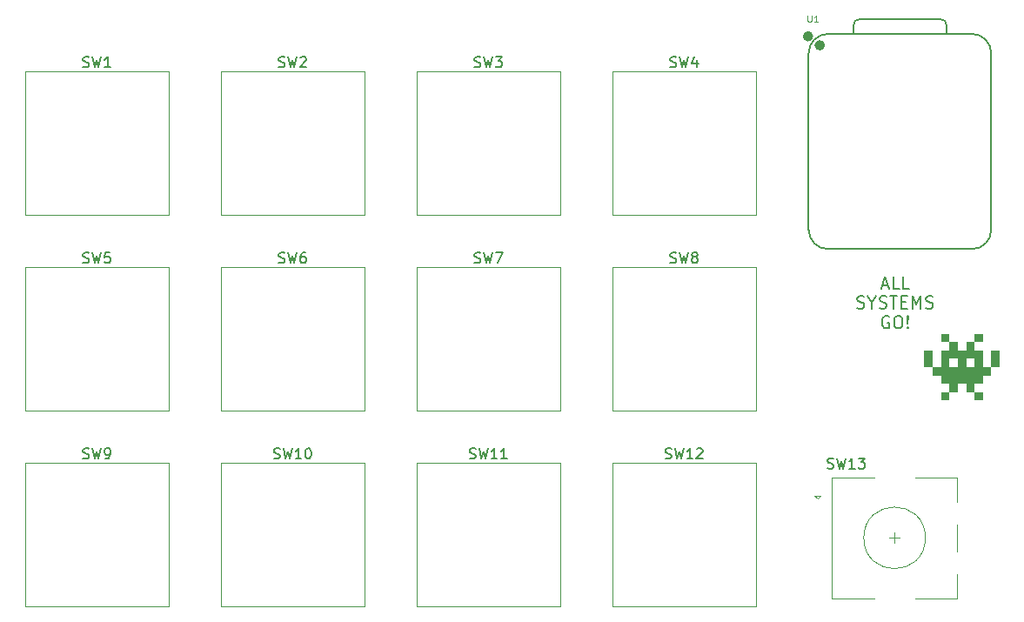
<source format=gbr>
%TF.GenerationSoftware,KiCad,Pcbnew,9.0.2*%
%TF.CreationDate,2025-05-30T01:47:42-07:00*%
%TF.ProjectId,pixelpad,70697865-6c70-4616-942e-6b696361645f,rev?*%
%TF.SameCoordinates,Original*%
%TF.FileFunction,Legend,Top*%
%TF.FilePolarity,Positive*%
%FSLAX46Y46*%
G04 Gerber Fmt 4.6, Leading zero omitted, Abs format (unit mm)*
G04 Created by KiCad (PCBNEW 9.0.2) date 2025-05-30 01:47:42*
%MOMM*%
%LPD*%
G01*
G04 APERTURE LIST*
%ADD10C,0.200000*%
%ADD11C,0.150000*%
%ADD12C,0.101600*%
%ADD13C,0.120000*%
%ADD14C,0.000000*%
%ADD15C,0.127000*%
%ADD16C,0.100000*%
%ADD17C,0.504000*%
G04 APERTURE END LIST*
D10*
X171680993Y-47130507D02*
X172252422Y-47130507D01*
X171566707Y-47473364D02*
X171966707Y-46273364D01*
X171966707Y-46273364D02*
X172366707Y-47473364D01*
X173338135Y-47473364D02*
X172766707Y-47473364D01*
X172766707Y-47473364D02*
X172766707Y-46273364D01*
X174309564Y-47473364D02*
X173738136Y-47473364D01*
X173738136Y-47473364D02*
X173738136Y-46273364D01*
X169252422Y-49348155D02*
X169423851Y-49405297D01*
X169423851Y-49405297D02*
X169709565Y-49405297D01*
X169709565Y-49405297D02*
X169823851Y-49348155D01*
X169823851Y-49348155D02*
X169880993Y-49291012D01*
X169880993Y-49291012D02*
X169938136Y-49176726D01*
X169938136Y-49176726D02*
X169938136Y-49062440D01*
X169938136Y-49062440D02*
X169880993Y-48948155D01*
X169880993Y-48948155D02*
X169823851Y-48891012D01*
X169823851Y-48891012D02*
X169709565Y-48833869D01*
X169709565Y-48833869D02*
X169480993Y-48776726D01*
X169480993Y-48776726D02*
X169366708Y-48719583D01*
X169366708Y-48719583D02*
X169309565Y-48662440D01*
X169309565Y-48662440D02*
X169252422Y-48548155D01*
X169252422Y-48548155D02*
X169252422Y-48433869D01*
X169252422Y-48433869D02*
X169309565Y-48319583D01*
X169309565Y-48319583D02*
X169366708Y-48262440D01*
X169366708Y-48262440D02*
X169480993Y-48205297D01*
X169480993Y-48205297D02*
X169766708Y-48205297D01*
X169766708Y-48205297D02*
X169938136Y-48262440D01*
X170680993Y-48833869D02*
X170680993Y-49405297D01*
X170280993Y-48205297D02*
X170680993Y-48833869D01*
X170680993Y-48833869D02*
X171080993Y-48205297D01*
X171423850Y-49348155D02*
X171595279Y-49405297D01*
X171595279Y-49405297D02*
X171880993Y-49405297D01*
X171880993Y-49405297D02*
X171995279Y-49348155D01*
X171995279Y-49348155D02*
X172052421Y-49291012D01*
X172052421Y-49291012D02*
X172109564Y-49176726D01*
X172109564Y-49176726D02*
X172109564Y-49062440D01*
X172109564Y-49062440D02*
X172052421Y-48948155D01*
X172052421Y-48948155D02*
X171995279Y-48891012D01*
X171995279Y-48891012D02*
X171880993Y-48833869D01*
X171880993Y-48833869D02*
X171652421Y-48776726D01*
X171652421Y-48776726D02*
X171538136Y-48719583D01*
X171538136Y-48719583D02*
X171480993Y-48662440D01*
X171480993Y-48662440D02*
X171423850Y-48548155D01*
X171423850Y-48548155D02*
X171423850Y-48433869D01*
X171423850Y-48433869D02*
X171480993Y-48319583D01*
X171480993Y-48319583D02*
X171538136Y-48262440D01*
X171538136Y-48262440D02*
X171652421Y-48205297D01*
X171652421Y-48205297D02*
X171938136Y-48205297D01*
X171938136Y-48205297D02*
X172109564Y-48262440D01*
X172452421Y-48205297D02*
X173138136Y-48205297D01*
X172795278Y-49405297D02*
X172795278Y-48205297D01*
X173538136Y-48776726D02*
X173938136Y-48776726D01*
X174109564Y-49405297D02*
X173538136Y-49405297D01*
X173538136Y-49405297D02*
X173538136Y-48205297D01*
X173538136Y-48205297D02*
X174109564Y-48205297D01*
X174623850Y-49405297D02*
X174623850Y-48205297D01*
X174623850Y-48205297D02*
X175023850Y-49062440D01*
X175023850Y-49062440D02*
X175423850Y-48205297D01*
X175423850Y-48205297D02*
X175423850Y-49405297D01*
X175938136Y-49348155D02*
X176109565Y-49405297D01*
X176109565Y-49405297D02*
X176395279Y-49405297D01*
X176395279Y-49405297D02*
X176509565Y-49348155D01*
X176509565Y-49348155D02*
X176566707Y-49291012D01*
X176566707Y-49291012D02*
X176623850Y-49176726D01*
X176623850Y-49176726D02*
X176623850Y-49062440D01*
X176623850Y-49062440D02*
X176566707Y-48948155D01*
X176566707Y-48948155D02*
X176509565Y-48891012D01*
X176509565Y-48891012D02*
X176395279Y-48833869D01*
X176395279Y-48833869D02*
X176166707Y-48776726D01*
X176166707Y-48776726D02*
X176052422Y-48719583D01*
X176052422Y-48719583D02*
X175995279Y-48662440D01*
X175995279Y-48662440D02*
X175938136Y-48548155D01*
X175938136Y-48548155D02*
X175938136Y-48433869D01*
X175938136Y-48433869D02*
X175995279Y-48319583D01*
X175995279Y-48319583D02*
X176052422Y-48262440D01*
X176052422Y-48262440D02*
X176166707Y-48205297D01*
X176166707Y-48205297D02*
X176452422Y-48205297D01*
X176452422Y-48205297D02*
X176623850Y-48262440D01*
X172338135Y-50194373D02*
X172223850Y-50137230D01*
X172223850Y-50137230D02*
X172052421Y-50137230D01*
X172052421Y-50137230D02*
X171880992Y-50194373D01*
X171880992Y-50194373D02*
X171766707Y-50308659D01*
X171766707Y-50308659D02*
X171709564Y-50422945D01*
X171709564Y-50422945D02*
X171652421Y-50651516D01*
X171652421Y-50651516D02*
X171652421Y-50822945D01*
X171652421Y-50822945D02*
X171709564Y-51051516D01*
X171709564Y-51051516D02*
X171766707Y-51165802D01*
X171766707Y-51165802D02*
X171880992Y-51280088D01*
X171880992Y-51280088D02*
X172052421Y-51337230D01*
X172052421Y-51337230D02*
X172166707Y-51337230D01*
X172166707Y-51337230D02*
X172338135Y-51280088D01*
X172338135Y-51280088D02*
X172395278Y-51222945D01*
X172395278Y-51222945D02*
X172395278Y-50822945D01*
X172395278Y-50822945D02*
X172166707Y-50822945D01*
X173138135Y-50137230D02*
X173366707Y-50137230D01*
X173366707Y-50137230D02*
X173480992Y-50194373D01*
X173480992Y-50194373D02*
X173595278Y-50308659D01*
X173595278Y-50308659D02*
X173652421Y-50537230D01*
X173652421Y-50537230D02*
X173652421Y-50937230D01*
X173652421Y-50937230D02*
X173595278Y-51165802D01*
X173595278Y-51165802D02*
X173480992Y-51280088D01*
X173480992Y-51280088D02*
X173366707Y-51337230D01*
X173366707Y-51337230D02*
X173138135Y-51337230D01*
X173138135Y-51337230D02*
X173023850Y-51280088D01*
X173023850Y-51280088D02*
X172909564Y-51165802D01*
X172909564Y-51165802D02*
X172852421Y-50937230D01*
X172852421Y-50937230D02*
X172852421Y-50537230D01*
X172852421Y-50537230D02*
X172909564Y-50308659D01*
X172909564Y-50308659D02*
X173023850Y-50194373D01*
X173023850Y-50194373D02*
X173138135Y-50137230D01*
X174166707Y-51222945D02*
X174223850Y-51280088D01*
X174223850Y-51280088D02*
X174166707Y-51337230D01*
X174166707Y-51337230D02*
X174109564Y-51280088D01*
X174109564Y-51280088D02*
X174166707Y-51222945D01*
X174166707Y-51222945D02*
X174166707Y-51337230D01*
X174166707Y-50880088D02*
X174109564Y-50194373D01*
X174109564Y-50194373D02*
X174166707Y-50137230D01*
X174166707Y-50137230D02*
X174223850Y-50194373D01*
X174223850Y-50194373D02*
X174166707Y-50880088D01*
X174166707Y-50880088D02*
X174166707Y-50137230D01*
D11*
X132016667Y-25870700D02*
X132159524Y-25918319D01*
X132159524Y-25918319D02*
X132397619Y-25918319D01*
X132397619Y-25918319D02*
X132492857Y-25870700D01*
X132492857Y-25870700D02*
X132540476Y-25823080D01*
X132540476Y-25823080D02*
X132588095Y-25727842D01*
X132588095Y-25727842D02*
X132588095Y-25632604D01*
X132588095Y-25632604D02*
X132540476Y-25537366D01*
X132540476Y-25537366D02*
X132492857Y-25489747D01*
X132492857Y-25489747D02*
X132397619Y-25442128D01*
X132397619Y-25442128D02*
X132207143Y-25394509D01*
X132207143Y-25394509D02*
X132111905Y-25346890D01*
X132111905Y-25346890D02*
X132064286Y-25299271D01*
X132064286Y-25299271D02*
X132016667Y-25204033D01*
X132016667Y-25204033D02*
X132016667Y-25108795D01*
X132016667Y-25108795D02*
X132064286Y-25013557D01*
X132064286Y-25013557D02*
X132111905Y-24965938D01*
X132111905Y-24965938D02*
X132207143Y-24918319D01*
X132207143Y-24918319D02*
X132445238Y-24918319D01*
X132445238Y-24918319D02*
X132588095Y-24965938D01*
X132921429Y-24918319D02*
X133159524Y-25918319D01*
X133159524Y-25918319D02*
X133350000Y-25204033D01*
X133350000Y-25204033D02*
X133540476Y-25918319D01*
X133540476Y-25918319D02*
X133778572Y-24918319D01*
X134064286Y-24918319D02*
X134683333Y-24918319D01*
X134683333Y-24918319D02*
X134350000Y-25299271D01*
X134350000Y-25299271D02*
X134492857Y-25299271D01*
X134492857Y-25299271D02*
X134588095Y-25346890D01*
X134588095Y-25346890D02*
X134635714Y-25394509D01*
X134635714Y-25394509D02*
X134683333Y-25489747D01*
X134683333Y-25489747D02*
X134683333Y-25727842D01*
X134683333Y-25727842D02*
X134635714Y-25823080D01*
X134635714Y-25823080D02*
X134588095Y-25870700D01*
X134588095Y-25870700D02*
X134492857Y-25918319D01*
X134492857Y-25918319D02*
X134207143Y-25918319D01*
X134207143Y-25918319D02*
X134111905Y-25870700D01*
X134111905Y-25870700D02*
X134064286Y-25823080D01*
X166380956Y-64942296D02*
X166523813Y-64989915D01*
X166523813Y-64989915D02*
X166761908Y-64989915D01*
X166761908Y-64989915D02*
X166857146Y-64942296D01*
X166857146Y-64942296D02*
X166904765Y-64894676D01*
X166904765Y-64894676D02*
X166952384Y-64799438D01*
X166952384Y-64799438D02*
X166952384Y-64704200D01*
X166952384Y-64704200D02*
X166904765Y-64608962D01*
X166904765Y-64608962D02*
X166857146Y-64561343D01*
X166857146Y-64561343D02*
X166761908Y-64513724D01*
X166761908Y-64513724D02*
X166571432Y-64466105D01*
X166571432Y-64466105D02*
X166476194Y-64418486D01*
X166476194Y-64418486D02*
X166428575Y-64370867D01*
X166428575Y-64370867D02*
X166380956Y-64275629D01*
X166380956Y-64275629D02*
X166380956Y-64180391D01*
X166380956Y-64180391D02*
X166428575Y-64085153D01*
X166428575Y-64085153D02*
X166476194Y-64037534D01*
X166476194Y-64037534D02*
X166571432Y-63989915D01*
X166571432Y-63989915D02*
X166809527Y-63989915D01*
X166809527Y-63989915D02*
X166952384Y-64037534D01*
X167285718Y-63989915D02*
X167523813Y-64989915D01*
X167523813Y-64989915D02*
X167714289Y-64275629D01*
X167714289Y-64275629D02*
X167904765Y-64989915D01*
X167904765Y-64989915D02*
X168142861Y-63989915D01*
X169047622Y-64989915D02*
X168476194Y-64989915D01*
X168761908Y-64989915D02*
X168761908Y-63989915D01*
X168761908Y-63989915D02*
X168666670Y-64132772D01*
X168666670Y-64132772D02*
X168571432Y-64228010D01*
X168571432Y-64228010D02*
X168476194Y-64275629D01*
X169380956Y-63989915D02*
X170000003Y-63989915D01*
X170000003Y-63989915D02*
X169666670Y-64370867D01*
X169666670Y-64370867D02*
X169809527Y-64370867D01*
X169809527Y-64370867D02*
X169904765Y-64418486D01*
X169904765Y-64418486D02*
X169952384Y-64466105D01*
X169952384Y-64466105D02*
X170000003Y-64561343D01*
X170000003Y-64561343D02*
X170000003Y-64799438D01*
X170000003Y-64799438D02*
X169952384Y-64894676D01*
X169952384Y-64894676D02*
X169904765Y-64942296D01*
X169904765Y-64942296D02*
X169809527Y-64989915D01*
X169809527Y-64989915D02*
X169523813Y-64989915D01*
X169523813Y-64989915D02*
X169428575Y-64942296D01*
X169428575Y-64942296D02*
X169380956Y-64894676D01*
X112966667Y-25870700D02*
X113109524Y-25918319D01*
X113109524Y-25918319D02*
X113347619Y-25918319D01*
X113347619Y-25918319D02*
X113442857Y-25870700D01*
X113442857Y-25870700D02*
X113490476Y-25823080D01*
X113490476Y-25823080D02*
X113538095Y-25727842D01*
X113538095Y-25727842D02*
X113538095Y-25632604D01*
X113538095Y-25632604D02*
X113490476Y-25537366D01*
X113490476Y-25537366D02*
X113442857Y-25489747D01*
X113442857Y-25489747D02*
X113347619Y-25442128D01*
X113347619Y-25442128D02*
X113157143Y-25394509D01*
X113157143Y-25394509D02*
X113061905Y-25346890D01*
X113061905Y-25346890D02*
X113014286Y-25299271D01*
X113014286Y-25299271D02*
X112966667Y-25204033D01*
X112966667Y-25204033D02*
X112966667Y-25108795D01*
X112966667Y-25108795D02*
X113014286Y-25013557D01*
X113014286Y-25013557D02*
X113061905Y-24965938D01*
X113061905Y-24965938D02*
X113157143Y-24918319D01*
X113157143Y-24918319D02*
X113395238Y-24918319D01*
X113395238Y-24918319D02*
X113538095Y-24965938D01*
X113871429Y-24918319D02*
X114109524Y-25918319D01*
X114109524Y-25918319D02*
X114300000Y-25204033D01*
X114300000Y-25204033D02*
X114490476Y-25918319D01*
X114490476Y-25918319D02*
X114728572Y-24918319D01*
X115061905Y-25013557D02*
X115109524Y-24965938D01*
X115109524Y-24965938D02*
X115204762Y-24918319D01*
X115204762Y-24918319D02*
X115442857Y-24918319D01*
X115442857Y-24918319D02*
X115538095Y-24965938D01*
X115538095Y-24965938D02*
X115585714Y-25013557D01*
X115585714Y-25013557D02*
X115633333Y-25108795D01*
X115633333Y-25108795D02*
X115633333Y-25204033D01*
X115633333Y-25204033D02*
X115585714Y-25346890D01*
X115585714Y-25346890D02*
X115014286Y-25918319D01*
X115014286Y-25918319D02*
X115633333Y-25918319D01*
X93916667Y-63970700D02*
X94059524Y-64018319D01*
X94059524Y-64018319D02*
X94297619Y-64018319D01*
X94297619Y-64018319D02*
X94392857Y-63970700D01*
X94392857Y-63970700D02*
X94440476Y-63923080D01*
X94440476Y-63923080D02*
X94488095Y-63827842D01*
X94488095Y-63827842D02*
X94488095Y-63732604D01*
X94488095Y-63732604D02*
X94440476Y-63637366D01*
X94440476Y-63637366D02*
X94392857Y-63589747D01*
X94392857Y-63589747D02*
X94297619Y-63542128D01*
X94297619Y-63542128D02*
X94107143Y-63494509D01*
X94107143Y-63494509D02*
X94011905Y-63446890D01*
X94011905Y-63446890D02*
X93964286Y-63399271D01*
X93964286Y-63399271D02*
X93916667Y-63304033D01*
X93916667Y-63304033D02*
X93916667Y-63208795D01*
X93916667Y-63208795D02*
X93964286Y-63113557D01*
X93964286Y-63113557D02*
X94011905Y-63065938D01*
X94011905Y-63065938D02*
X94107143Y-63018319D01*
X94107143Y-63018319D02*
X94345238Y-63018319D01*
X94345238Y-63018319D02*
X94488095Y-63065938D01*
X94821429Y-63018319D02*
X95059524Y-64018319D01*
X95059524Y-64018319D02*
X95250000Y-63304033D01*
X95250000Y-63304033D02*
X95440476Y-64018319D01*
X95440476Y-64018319D02*
X95678572Y-63018319D01*
X96107143Y-64018319D02*
X96297619Y-64018319D01*
X96297619Y-64018319D02*
X96392857Y-63970700D01*
X96392857Y-63970700D02*
X96440476Y-63923080D01*
X96440476Y-63923080D02*
X96535714Y-63780223D01*
X96535714Y-63780223D02*
X96583333Y-63589747D01*
X96583333Y-63589747D02*
X96583333Y-63208795D01*
X96583333Y-63208795D02*
X96535714Y-63113557D01*
X96535714Y-63113557D02*
X96488095Y-63065938D01*
X96488095Y-63065938D02*
X96392857Y-63018319D01*
X96392857Y-63018319D02*
X96202381Y-63018319D01*
X96202381Y-63018319D02*
X96107143Y-63065938D01*
X96107143Y-63065938D02*
X96059524Y-63113557D01*
X96059524Y-63113557D02*
X96011905Y-63208795D01*
X96011905Y-63208795D02*
X96011905Y-63446890D01*
X96011905Y-63446890D02*
X96059524Y-63542128D01*
X96059524Y-63542128D02*
X96107143Y-63589747D01*
X96107143Y-63589747D02*
X96202381Y-63637366D01*
X96202381Y-63637366D02*
X96392857Y-63637366D01*
X96392857Y-63637366D02*
X96488095Y-63589747D01*
X96488095Y-63589747D02*
X96535714Y-63542128D01*
X96535714Y-63542128D02*
X96583333Y-63446890D01*
X112490476Y-63970700D02*
X112633333Y-64018319D01*
X112633333Y-64018319D02*
X112871428Y-64018319D01*
X112871428Y-64018319D02*
X112966666Y-63970700D01*
X112966666Y-63970700D02*
X113014285Y-63923080D01*
X113014285Y-63923080D02*
X113061904Y-63827842D01*
X113061904Y-63827842D02*
X113061904Y-63732604D01*
X113061904Y-63732604D02*
X113014285Y-63637366D01*
X113014285Y-63637366D02*
X112966666Y-63589747D01*
X112966666Y-63589747D02*
X112871428Y-63542128D01*
X112871428Y-63542128D02*
X112680952Y-63494509D01*
X112680952Y-63494509D02*
X112585714Y-63446890D01*
X112585714Y-63446890D02*
X112538095Y-63399271D01*
X112538095Y-63399271D02*
X112490476Y-63304033D01*
X112490476Y-63304033D02*
X112490476Y-63208795D01*
X112490476Y-63208795D02*
X112538095Y-63113557D01*
X112538095Y-63113557D02*
X112585714Y-63065938D01*
X112585714Y-63065938D02*
X112680952Y-63018319D01*
X112680952Y-63018319D02*
X112919047Y-63018319D01*
X112919047Y-63018319D02*
X113061904Y-63065938D01*
X113395238Y-63018319D02*
X113633333Y-64018319D01*
X113633333Y-64018319D02*
X113823809Y-63304033D01*
X113823809Y-63304033D02*
X114014285Y-64018319D01*
X114014285Y-64018319D02*
X114252381Y-63018319D01*
X115157142Y-64018319D02*
X114585714Y-64018319D01*
X114871428Y-64018319D02*
X114871428Y-63018319D01*
X114871428Y-63018319D02*
X114776190Y-63161176D01*
X114776190Y-63161176D02*
X114680952Y-63256414D01*
X114680952Y-63256414D02*
X114585714Y-63304033D01*
X115776190Y-63018319D02*
X115871428Y-63018319D01*
X115871428Y-63018319D02*
X115966666Y-63065938D01*
X115966666Y-63065938D02*
X116014285Y-63113557D01*
X116014285Y-63113557D02*
X116061904Y-63208795D01*
X116061904Y-63208795D02*
X116109523Y-63399271D01*
X116109523Y-63399271D02*
X116109523Y-63637366D01*
X116109523Y-63637366D02*
X116061904Y-63827842D01*
X116061904Y-63827842D02*
X116014285Y-63923080D01*
X116014285Y-63923080D02*
X115966666Y-63970700D01*
X115966666Y-63970700D02*
X115871428Y-64018319D01*
X115871428Y-64018319D02*
X115776190Y-64018319D01*
X115776190Y-64018319D02*
X115680952Y-63970700D01*
X115680952Y-63970700D02*
X115633333Y-63923080D01*
X115633333Y-63923080D02*
X115585714Y-63827842D01*
X115585714Y-63827842D02*
X115538095Y-63637366D01*
X115538095Y-63637366D02*
X115538095Y-63399271D01*
X115538095Y-63399271D02*
X115585714Y-63208795D01*
X115585714Y-63208795D02*
X115633333Y-63113557D01*
X115633333Y-63113557D02*
X115680952Y-63065938D01*
X115680952Y-63065938D02*
X115776190Y-63018319D01*
X151066667Y-25870700D02*
X151209524Y-25918319D01*
X151209524Y-25918319D02*
X151447619Y-25918319D01*
X151447619Y-25918319D02*
X151542857Y-25870700D01*
X151542857Y-25870700D02*
X151590476Y-25823080D01*
X151590476Y-25823080D02*
X151638095Y-25727842D01*
X151638095Y-25727842D02*
X151638095Y-25632604D01*
X151638095Y-25632604D02*
X151590476Y-25537366D01*
X151590476Y-25537366D02*
X151542857Y-25489747D01*
X151542857Y-25489747D02*
X151447619Y-25442128D01*
X151447619Y-25442128D02*
X151257143Y-25394509D01*
X151257143Y-25394509D02*
X151161905Y-25346890D01*
X151161905Y-25346890D02*
X151114286Y-25299271D01*
X151114286Y-25299271D02*
X151066667Y-25204033D01*
X151066667Y-25204033D02*
X151066667Y-25108795D01*
X151066667Y-25108795D02*
X151114286Y-25013557D01*
X151114286Y-25013557D02*
X151161905Y-24965938D01*
X151161905Y-24965938D02*
X151257143Y-24918319D01*
X151257143Y-24918319D02*
X151495238Y-24918319D01*
X151495238Y-24918319D02*
X151638095Y-24965938D01*
X151971429Y-24918319D02*
X152209524Y-25918319D01*
X152209524Y-25918319D02*
X152400000Y-25204033D01*
X152400000Y-25204033D02*
X152590476Y-25918319D01*
X152590476Y-25918319D02*
X152828572Y-24918319D01*
X153638095Y-25251652D02*
X153638095Y-25918319D01*
X153400000Y-24870700D02*
X153161905Y-25584985D01*
X153161905Y-25584985D02*
X153780952Y-25584985D01*
X150590476Y-63970700D02*
X150733333Y-64018319D01*
X150733333Y-64018319D02*
X150971428Y-64018319D01*
X150971428Y-64018319D02*
X151066666Y-63970700D01*
X151066666Y-63970700D02*
X151114285Y-63923080D01*
X151114285Y-63923080D02*
X151161904Y-63827842D01*
X151161904Y-63827842D02*
X151161904Y-63732604D01*
X151161904Y-63732604D02*
X151114285Y-63637366D01*
X151114285Y-63637366D02*
X151066666Y-63589747D01*
X151066666Y-63589747D02*
X150971428Y-63542128D01*
X150971428Y-63542128D02*
X150780952Y-63494509D01*
X150780952Y-63494509D02*
X150685714Y-63446890D01*
X150685714Y-63446890D02*
X150638095Y-63399271D01*
X150638095Y-63399271D02*
X150590476Y-63304033D01*
X150590476Y-63304033D02*
X150590476Y-63208795D01*
X150590476Y-63208795D02*
X150638095Y-63113557D01*
X150638095Y-63113557D02*
X150685714Y-63065938D01*
X150685714Y-63065938D02*
X150780952Y-63018319D01*
X150780952Y-63018319D02*
X151019047Y-63018319D01*
X151019047Y-63018319D02*
X151161904Y-63065938D01*
X151495238Y-63018319D02*
X151733333Y-64018319D01*
X151733333Y-64018319D02*
X151923809Y-63304033D01*
X151923809Y-63304033D02*
X152114285Y-64018319D01*
X152114285Y-64018319D02*
X152352381Y-63018319D01*
X153257142Y-64018319D02*
X152685714Y-64018319D01*
X152971428Y-64018319D02*
X152971428Y-63018319D01*
X152971428Y-63018319D02*
X152876190Y-63161176D01*
X152876190Y-63161176D02*
X152780952Y-63256414D01*
X152780952Y-63256414D02*
X152685714Y-63304033D01*
X153638095Y-63113557D02*
X153685714Y-63065938D01*
X153685714Y-63065938D02*
X153780952Y-63018319D01*
X153780952Y-63018319D02*
X154019047Y-63018319D01*
X154019047Y-63018319D02*
X154114285Y-63065938D01*
X154114285Y-63065938D02*
X154161904Y-63113557D01*
X154161904Y-63113557D02*
X154209523Y-63208795D01*
X154209523Y-63208795D02*
X154209523Y-63304033D01*
X154209523Y-63304033D02*
X154161904Y-63446890D01*
X154161904Y-63446890D02*
X153590476Y-64018319D01*
X153590476Y-64018319D02*
X154209523Y-64018319D01*
X151066667Y-44920700D02*
X151209524Y-44968319D01*
X151209524Y-44968319D02*
X151447619Y-44968319D01*
X151447619Y-44968319D02*
X151542857Y-44920700D01*
X151542857Y-44920700D02*
X151590476Y-44873080D01*
X151590476Y-44873080D02*
X151638095Y-44777842D01*
X151638095Y-44777842D02*
X151638095Y-44682604D01*
X151638095Y-44682604D02*
X151590476Y-44587366D01*
X151590476Y-44587366D02*
X151542857Y-44539747D01*
X151542857Y-44539747D02*
X151447619Y-44492128D01*
X151447619Y-44492128D02*
X151257143Y-44444509D01*
X151257143Y-44444509D02*
X151161905Y-44396890D01*
X151161905Y-44396890D02*
X151114286Y-44349271D01*
X151114286Y-44349271D02*
X151066667Y-44254033D01*
X151066667Y-44254033D02*
X151066667Y-44158795D01*
X151066667Y-44158795D02*
X151114286Y-44063557D01*
X151114286Y-44063557D02*
X151161905Y-44015938D01*
X151161905Y-44015938D02*
X151257143Y-43968319D01*
X151257143Y-43968319D02*
X151495238Y-43968319D01*
X151495238Y-43968319D02*
X151638095Y-44015938D01*
X151971429Y-43968319D02*
X152209524Y-44968319D01*
X152209524Y-44968319D02*
X152400000Y-44254033D01*
X152400000Y-44254033D02*
X152590476Y-44968319D01*
X152590476Y-44968319D02*
X152828572Y-43968319D01*
X153352381Y-44396890D02*
X153257143Y-44349271D01*
X153257143Y-44349271D02*
X153209524Y-44301652D01*
X153209524Y-44301652D02*
X153161905Y-44206414D01*
X153161905Y-44206414D02*
X153161905Y-44158795D01*
X153161905Y-44158795D02*
X153209524Y-44063557D01*
X153209524Y-44063557D02*
X153257143Y-44015938D01*
X153257143Y-44015938D02*
X153352381Y-43968319D01*
X153352381Y-43968319D02*
X153542857Y-43968319D01*
X153542857Y-43968319D02*
X153638095Y-44015938D01*
X153638095Y-44015938D02*
X153685714Y-44063557D01*
X153685714Y-44063557D02*
X153733333Y-44158795D01*
X153733333Y-44158795D02*
X153733333Y-44206414D01*
X153733333Y-44206414D02*
X153685714Y-44301652D01*
X153685714Y-44301652D02*
X153638095Y-44349271D01*
X153638095Y-44349271D02*
X153542857Y-44396890D01*
X153542857Y-44396890D02*
X153352381Y-44396890D01*
X153352381Y-44396890D02*
X153257143Y-44444509D01*
X153257143Y-44444509D02*
X153209524Y-44492128D01*
X153209524Y-44492128D02*
X153161905Y-44587366D01*
X153161905Y-44587366D02*
X153161905Y-44777842D01*
X153161905Y-44777842D02*
X153209524Y-44873080D01*
X153209524Y-44873080D02*
X153257143Y-44920700D01*
X153257143Y-44920700D02*
X153352381Y-44968319D01*
X153352381Y-44968319D02*
X153542857Y-44968319D01*
X153542857Y-44968319D02*
X153638095Y-44920700D01*
X153638095Y-44920700D02*
X153685714Y-44873080D01*
X153685714Y-44873080D02*
X153733333Y-44777842D01*
X153733333Y-44777842D02*
X153733333Y-44587366D01*
X153733333Y-44587366D02*
X153685714Y-44492128D01*
X153685714Y-44492128D02*
X153638095Y-44444509D01*
X153638095Y-44444509D02*
X153542857Y-44396890D01*
D12*
X164430582Y-20871895D02*
X164430582Y-21385942D01*
X164430582Y-21385942D02*
X164460820Y-21446418D01*
X164460820Y-21446418D02*
X164491058Y-21476657D01*
X164491058Y-21476657D02*
X164551534Y-21506895D01*
X164551534Y-21506895D02*
X164672487Y-21506895D01*
X164672487Y-21506895D02*
X164732963Y-21476657D01*
X164732963Y-21476657D02*
X164763201Y-21446418D01*
X164763201Y-21446418D02*
X164793439Y-21385942D01*
X164793439Y-21385942D02*
X164793439Y-20871895D01*
X165428439Y-21506895D02*
X165065582Y-21506895D01*
X165247010Y-21506895D02*
X165247010Y-20871895D01*
X165247010Y-20871895D02*
X165186534Y-20962609D01*
X165186534Y-20962609D02*
X165126058Y-21023085D01*
X165126058Y-21023085D02*
X165065582Y-21053323D01*
D11*
X131540476Y-63970700D02*
X131683333Y-64018319D01*
X131683333Y-64018319D02*
X131921428Y-64018319D01*
X131921428Y-64018319D02*
X132016666Y-63970700D01*
X132016666Y-63970700D02*
X132064285Y-63923080D01*
X132064285Y-63923080D02*
X132111904Y-63827842D01*
X132111904Y-63827842D02*
X132111904Y-63732604D01*
X132111904Y-63732604D02*
X132064285Y-63637366D01*
X132064285Y-63637366D02*
X132016666Y-63589747D01*
X132016666Y-63589747D02*
X131921428Y-63542128D01*
X131921428Y-63542128D02*
X131730952Y-63494509D01*
X131730952Y-63494509D02*
X131635714Y-63446890D01*
X131635714Y-63446890D02*
X131588095Y-63399271D01*
X131588095Y-63399271D02*
X131540476Y-63304033D01*
X131540476Y-63304033D02*
X131540476Y-63208795D01*
X131540476Y-63208795D02*
X131588095Y-63113557D01*
X131588095Y-63113557D02*
X131635714Y-63065938D01*
X131635714Y-63065938D02*
X131730952Y-63018319D01*
X131730952Y-63018319D02*
X131969047Y-63018319D01*
X131969047Y-63018319D02*
X132111904Y-63065938D01*
X132445238Y-63018319D02*
X132683333Y-64018319D01*
X132683333Y-64018319D02*
X132873809Y-63304033D01*
X132873809Y-63304033D02*
X133064285Y-64018319D01*
X133064285Y-64018319D02*
X133302381Y-63018319D01*
X134207142Y-64018319D02*
X133635714Y-64018319D01*
X133921428Y-64018319D02*
X133921428Y-63018319D01*
X133921428Y-63018319D02*
X133826190Y-63161176D01*
X133826190Y-63161176D02*
X133730952Y-63256414D01*
X133730952Y-63256414D02*
X133635714Y-63304033D01*
X135159523Y-64018319D02*
X134588095Y-64018319D01*
X134873809Y-64018319D02*
X134873809Y-63018319D01*
X134873809Y-63018319D02*
X134778571Y-63161176D01*
X134778571Y-63161176D02*
X134683333Y-63256414D01*
X134683333Y-63256414D02*
X134588095Y-63304033D01*
X132016667Y-44920700D02*
X132159524Y-44968319D01*
X132159524Y-44968319D02*
X132397619Y-44968319D01*
X132397619Y-44968319D02*
X132492857Y-44920700D01*
X132492857Y-44920700D02*
X132540476Y-44873080D01*
X132540476Y-44873080D02*
X132588095Y-44777842D01*
X132588095Y-44777842D02*
X132588095Y-44682604D01*
X132588095Y-44682604D02*
X132540476Y-44587366D01*
X132540476Y-44587366D02*
X132492857Y-44539747D01*
X132492857Y-44539747D02*
X132397619Y-44492128D01*
X132397619Y-44492128D02*
X132207143Y-44444509D01*
X132207143Y-44444509D02*
X132111905Y-44396890D01*
X132111905Y-44396890D02*
X132064286Y-44349271D01*
X132064286Y-44349271D02*
X132016667Y-44254033D01*
X132016667Y-44254033D02*
X132016667Y-44158795D01*
X132016667Y-44158795D02*
X132064286Y-44063557D01*
X132064286Y-44063557D02*
X132111905Y-44015938D01*
X132111905Y-44015938D02*
X132207143Y-43968319D01*
X132207143Y-43968319D02*
X132445238Y-43968319D01*
X132445238Y-43968319D02*
X132588095Y-44015938D01*
X132921429Y-43968319D02*
X133159524Y-44968319D01*
X133159524Y-44968319D02*
X133350000Y-44254033D01*
X133350000Y-44254033D02*
X133540476Y-44968319D01*
X133540476Y-44968319D02*
X133778572Y-43968319D01*
X134064286Y-43968319D02*
X134730952Y-43968319D01*
X134730952Y-43968319D02*
X134302381Y-44968319D01*
X93916667Y-25870700D02*
X94059524Y-25918319D01*
X94059524Y-25918319D02*
X94297619Y-25918319D01*
X94297619Y-25918319D02*
X94392857Y-25870700D01*
X94392857Y-25870700D02*
X94440476Y-25823080D01*
X94440476Y-25823080D02*
X94488095Y-25727842D01*
X94488095Y-25727842D02*
X94488095Y-25632604D01*
X94488095Y-25632604D02*
X94440476Y-25537366D01*
X94440476Y-25537366D02*
X94392857Y-25489747D01*
X94392857Y-25489747D02*
X94297619Y-25442128D01*
X94297619Y-25442128D02*
X94107143Y-25394509D01*
X94107143Y-25394509D02*
X94011905Y-25346890D01*
X94011905Y-25346890D02*
X93964286Y-25299271D01*
X93964286Y-25299271D02*
X93916667Y-25204033D01*
X93916667Y-25204033D02*
X93916667Y-25108795D01*
X93916667Y-25108795D02*
X93964286Y-25013557D01*
X93964286Y-25013557D02*
X94011905Y-24965938D01*
X94011905Y-24965938D02*
X94107143Y-24918319D01*
X94107143Y-24918319D02*
X94345238Y-24918319D01*
X94345238Y-24918319D02*
X94488095Y-24965938D01*
X94821429Y-24918319D02*
X95059524Y-25918319D01*
X95059524Y-25918319D02*
X95250000Y-25204033D01*
X95250000Y-25204033D02*
X95440476Y-25918319D01*
X95440476Y-25918319D02*
X95678572Y-24918319D01*
X96583333Y-25918319D02*
X96011905Y-25918319D01*
X96297619Y-25918319D02*
X96297619Y-24918319D01*
X96297619Y-24918319D02*
X96202381Y-25061176D01*
X96202381Y-25061176D02*
X96107143Y-25156414D01*
X96107143Y-25156414D02*
X96011905Y-25204033D01*
X112966667Y-44920700D02*
X113109524Y-44968319D01*
X113109524Y-44968319D02*
X113347619Y-44968319D01*
X113347619Y-44968319D02*
X113442857Y-44920700D01*
X113442857Y-44920700D02*
X113490476Y-44873080D01*
X113490476Y-44873080D02*
X113538095Y-44777842D01*
X113538095Y-44777842D02*
X113538095Y-44682604D01*
X113538095Y-44682604D02*
X113490476Y-44587366D01*
X113490476Y-44587366D02*
X113442857Y-44539747D01*
X113442857Y-44539747D02*
X113347619Y-44492128D01*
X113347619Y-44492128D02*
X113157143Y-44444509D01*
X113157143Y-44444509D02*
X113061905Y-44396890D01*
X113061905Y-44396890D02*
X113014286Y-44349271D01*
X113014286Y-44349271D02*
X112966667Y-44254033D01*
X112966667Y-44254033D02*
X112966667Y-44158795D01*
X112966667Y-44158795D02*
X113014286Y-44063557D01*
X113014286Y-44063557D02*
X113061905Y-44015938D01*
X113061905Y-44015938D02*
X113157143Y-43968319D01*
X113157143Y-43968319D02*
X113395238Y-43968319D01*
X113395238Y-43968319D02*
X113538095Y-44015938D01*
X113871429Y-43968319D02*
X114109524Y-44968319D01*
X114109524Y-44968319D02*
X114300000Y-44254033D01*
X114300000Y-44254033D02*
X114490476Y-44968319D01*
X114490476Y-44968319D02*
X114728572Y-43968319D01*
X115538095Y-43968319D02*
X115347619Y-43968319D01*
X115347619Y-43968319D02*
X115252381Y-44015938D01*
X115252381Y-44015938D02*
X115204762Y-44063557D01*
X115204762Y-44063557D02*
X115109524Y-44206414D01*
X115109524Y-44206414D02*
X115061905Y-44396890D01*
X115061905Y-44396890D02*
X115061905Y-44777842D01*
X115061905Y-44777842D02*
X115109524Y-44873080D01*
X115109524Y-44873080D02*
X115157143Y-44920700D01*
X115157143Y-44920700D02*
X115252381Y-44968319D01*
X115252381Y-44968319D02*
X115442857Y-44968319D01*
X115442857Y-44968319D02*
X115538095Y-44920700D01*
X115538095Y-44920700D02*
X115585714Y-44873080D01*
X115585714Y-44873080D02*
X115633333Y-44777842D01*
X115633333Y-44777842D02*
X115633333Y-44539747D01*
X115633333Y-44539747D02*
X115585714Y-44444509D01*
X115585714Y-44444509D02*
X115538095Y-44396890D01*
X115538095Y-44396890D02*
X115442857Y-44349271D01*
X115442857Y-44349271D02*
X115252381Y-44349271D01*
X115252381Y-44349271D02*
X115157143Y-44396890D01*
X115157143Y-44396890D02*
X115109524Y-44444509D01*
X115109524Y-44444509D02*
X115061905Y-44539747D01*
X93916667Y-44920700D02*
X94059524Y-44968319D01*
X94059524Y-44968319D02*
X94297619Y-44968319D01*
X94297619Y-44968319D02*
X94392857Y-44920700D01*
X94392857Y-44920700D02*
X94440476Y-44873080D01*
X94440476Y-44873080D02*
X94488095Y-44777842D01*
X94488095Y-44777842D02*
X94488095Y-44682604D01*
X94488095Y-44682604D02*
X94440476Y-44587366D01*
X94440476Y-44587366D02*
X94392857Y-44539747D01*
X94392857Y-44539747D02*
X94297619Y-44492128D01*
X94297619Y-44492128D02*
X94107143Y-44444509D01*
X94107143Y-44444509D02*
X94011905Y-44396890D01*
X94011905Y-44396890D02*
X93964286Y-44349271D01*
X93964286Y-44349271D02*
X93916667Y-44254033D01*
X93916667Y-44254033D02*
X93916667Y-44158795D01*
X93916667Y-44158795D02*
X93964286Y-44063557D01*
X93964286Y-44063557D02*
X94011905Y-44015938D01*
X94011905Y-44015938D02*
X94107143Y-43968319D01*
X94107143Y-43968319D02*
X94345238Y-43968319D01*
X94345238Y-43968319D02*
X94488095Y-44015938D01*
X94821429Y-43968319D02*
X95059524Y-44968319D01*
X95059524Y-44968319D02*
X95250000Y-44254033D01*
X95250000Y-44254033D02*
X95440476Y-44968319D01*
X95440476Y-44968319D02*
X95678572Y-43968319D01*
X96535714Y-43968319D02*
X96059524Y-43968319D01*
X96059524Y-43968319D02*
X96011905Y-44444509D01*
X96011905Y-44444509D02*
X96059524Y-44396890D01*
X96059524Y-44396890D02*
X96154762Y-44349271D01*
X96154762Y-44349271D02*
X96392857Y-44349271D01*
X96392857Y-44349271D02*
X96488095Y-44396890D01*
X96488095Y-44396890D02*
X96535714Y-44444509D01*
X96535714Y-44444509D02*
X96583333Y-44539747D01*
X96583333Y-44539747D02*
X96583333Y-44777842D01*
X96583333Y-44777842D02*
X96535714Y-44873080D01*
X96535714Y-44873080D02*
X96488095Y-44920700D01*
X96488095Y-44920700D02*
X96392857Y-44968319D01*
X96392857Y-44968319D02*
X96154762Y-44968319D01*
X96154762Y-44968319D02*
X96059524Y-44920700D01*
X96059524Y-44920700D02*
X96011905Y-44873080D01*
D13*
%TO.C,SW3*%
X126365000Y-26352500D02*
X140335000Y-26352500D01*
X126365000Y-40322500D02*
X126365000Y-26352500D01*
X140335000Y-26352500D02*
X140335000Y-40322500D01*
X140335000Y-40322500D02*
X126365000Y-40322500D01*
%TO.C,SW13*%
X165090480Y-67635096D02*
X165690480Y-67635096D01*
X165390480Y-67935096D02*
X165090480Y-67635096D01*
X165690480Y-67635096D02*
X165390480Y-67935096D01*
X166790480Y-65835096D02*
X166790480Y-77635096D01*
X170890480Y-65835096D02*
X166790480Y-65835096D01*
X170890480Y-77635096D02*
X166790480Y-77635096D01*
X172390480Y-71735096D02*
X173390480Y-71735096D01*
X172890480Y-71235096D02*
X172890480Y-72235096D01*
X174890480Y-65835096D02*
X178990480Y-65835096D01*
X178990480Y-65835096D02*
X178990480Y-68235096D01*
X178990480Y-70435096D02*
X178990480Y-73035096D01*
X178990480Y-75235096D02*
X178990480Y-77635096D01*
X178990480Y-77635096D02*
X174890480Y-77635096D01*
X175890480Y-71735096D02*
G75*
G02*
X169890480Y-71735096I-3000000J0D01*
G01*
X169890480Y-71735096D02*
G75*
G02*
X175890480Y-71735096I3000000J0D01*
G01*
D14*
%TO.C,G\u002A\u002A\u002A*%
G36*
X178210311Y-52291360D02*
G01*
X178210311Y-52691360D01*
X177809917Y-52691360D01*
X177409523Y-52691360D01*
X177409523Y-52291360D01*
X177409523Y-51891360D01*
X177809917Y-51891360D01*
X178210311Y-51891360D01*
X178210311Y-52291360D01*
G37*
G36*
X181463513Y-57966360D02*
G01*
X181463513Y-58366360D01*
X181063119Y-58366360D01*
X180662725Y-58366360D01*
X180662725Y-57966360D01*
X180662725Y-57566360D01*
X181063119Y-57566360D01*
X181463513Y-57566360D01*
X181463513Y-57966360D01*
G37*
G36*
X181463513Y-52291360D02*
G01*
X181463513Y-52691360D01*
X181063119Y-52691360D01*
X180662725Y-52691360D01*
X180662725Y-53091360D01*
X180662725Y-53491360D01*
X181063119Y-53491360D01*
X181463513Y-53491360D01*
X181463513Y-54316360D01*
X181463513Y-55141360D01*
X181876420Y-55141360D01*
X182289326Y-55141360D01*
X182289326Y-54316360D01*
X182289326Y-53491360D01*
X182689720Y-53491360D01*
X183090114Y-53491360D01*
X183090114Y-54316360D01*
X183090114Y-55141360D01*
X182689720Y-55141360D01*
X182289326Y-55141360D01*
X182289326Y-55541360D01*
X182289326Y-55941360D01*
X181876420Y-55941360D01*
X181463513Y-55941360D01*
X181463513Y-56353860D01*
X181463513Y-56766360D01*
X181063119Y-56766360D01*
X180662725Y-56766360D01*
X180662725Y-57166360D01*
X180662725Y-57566360D01*
X180262331Y-57566360D01*
X179861937Y-57566360D01*
X179861937Y-57166360D01*
X179861937Y-56766360D01*
X179436518Y-56766360D01*
X179011100Y-56766360D01*
X179011100Y-57166360D01*
X179011100Y-57566360D01*
X178610706Y-57566360D01*
X178210311Y-57566360D01*
X178210311Y-57966360D01*
X178210311Y-58366360D01*
X177809917Y-58366360D01*
X177409523Y-58366360D01*
X177409523Y-57966360D01*
X177409523Y-57566360D01*
X177809917Y-57566360D01*
X178210311Y-57566360D01*
X178210311Y-57166360D01*
X178210311Y-56766360D01*
X177809917Y-56766360D01*
X177409523Y-56766360D01*
X177409523Y-56353860D01*
X177409523Y-55941360D01*
X177009129Y-55941360D01*
X176608735Y-55941360D01*
X176608518Y-55672610D01*
X176606897Y-55544876D01*
X176602715Y-55420265D01*
X176596693Y-55316825D01*
X176592520Y-55272610D01*
X176576739Y-55141360D01*
X176179831Y-55141360D01*
X175782922Y-55141360D01*
X175782922Y-54316360D01*
X175782922Y-53491360D01*
X176183316Y-53491360D01*
X176583710Y-53491360D01*
X176583710Y-54316360D01*
X176583710Y-55141360D01*
X176996617Y-55141360D01*
X177409523Y-55141360D01*
X178209101Y-55141360D01*
X178610100Y-55141360D01*
X179011100Y-55141360D01*
X179861937Y-55141360D01*
X180262331Y-55141360D01*
X180662725Y-55141360D01*
X180662725Y-54716360D01*
X180662725Y-54291360D01*
X180262331Y-54291360D01*
X179861937Y-54291360D01*
X179861937Y-54716360D01*
X179861937Y-55141360D01*
X179011100Y-55141360D01*
X179011100Y-54716360D01*
X179011100Y-54715725D01*
X179011100Y-54290090D01*
X178616962Y-54296975D01*
X178222824Y-54303860D01*
X178215963Y-54722610D01*
X178209101Y-55141360D01*
X177409523Y-55141360D01*
X177409523Y-54316360D01*
X177409523Y-53491360D01*
X177809917Y-53491360D01*
X178210311Y-53491360D01*
X178210311Y-53091360D01*
X178210311Y-52691360D01*
X178610706Y-52691360D01*
X179011100Y-52691360D01*
X179011100Y-53091360D01*
X179011100Y-53491360D01*
X179436518Y-53491360D01*
X179861937Y-53491360D01*
X179861937Y-53091360D01*
X179861937Y-52691360D01*
X180262331Y-52691360D01*
X180662725Y-52691360D01*
X180662725Y-52291360D01*
X180662725Y-51891360D01*
X181063119Y-51891360D01*
X181463513Y-51891360D01*
X181463513Y-52291360D01*
G37*
D13*
%TO.C,SW2*%
X107315000Y-26352500D02*
X121285000Y-26352500D01*
X107315000Y-40322500D02*
X107315000Y-26352500D01*
X121285000Y-26352500D02*
X121285000Y-40322500D01*
X121285000Y-40322500D02*
X107315000Y-40322500D01*
%TO.C,SW9*%
X88265000Y-64452500D02*
X102235000Y-64452500D01*
X88265000Y-78422500D02*
X88265000Y-64452500D01*
X102235000Y-64452500D02*
X102235000Y-78422500D01*
X102235000Y-78422500D02*
X88265000Y-78422500D01*
%TO.C,SW10*%
X107315000Y-64452500D02*
X121285000Y-64452500D01*
X107315000Y-78422500D02*
X107315000Y-64452500D01*
X121285000Y-64452500D02*
X121285000Y-78422500D01*
X121285000Y-78422500D02*
X107315000Y-78422500D01*
%TO.C,SW4*%
X145415000Y-26352500D02*
X159385000Y-26352500D01*
X145415000Y-40322500D02*
X145415000Y-26352500D01*
X159385000Y-26352500D02*
X159385000Y-40322500D01*
X159385000Y-40322500D02*
X145415000Y-40322500D01*
%TO.C,SW12*%
X145415000Y-64452500D02*
X159385000Y-64452500D01*
X145415000Y-78422500D02*
X145415000Y-64452500D01*
X159385000Y-64452500D02*
X159385000Y-78422500D01*
X159385000Y-78422500D02*
X145415000Y-78422500D01*
%TO.C,SW8*%
X145415000Y-45402500D02*
X159385000Y-45402500D01*
X145415000Y-59372500D02*
X145415000Y-45402500D01*
X159385000Y-45402500D02*
X159385000Y-59372500D01*
X159385000Y-59372500D02*
X145415000Y-59372500D01*
D15*
%TO.C,U1*%
X164524392Y-41727416D02*
X164524392Y-24582416D01*
X166429392Y-43632416D02*
X180399392Y-43632416D01*
X168919392Y-22677416D02*
X168923120Y-21767144D01*
X169423120Y-21267416D02*
X177418392Y-21267416D01*
X177918392Y-21767416D02*
X177918392Y-22677416D01*
D16*
X180399392Y-22677416D02*
X166429392Y-22677416D01*
D15*
X180399392Y-22677416D02*
X166429392Y-22677416D01*
X182304392Y-41727416D02*
X182304392Y-24582416D01*
X164524392Y-24582416D02*
G75*
G02*
X166429392Y-22677416I1905001J-1D01*
G01*
X166429392Y-43632416D02*
G75*
G02*
X164524392Y-41727416I1J1905001D01*
G01*
X168923120Y-21767144D02*
G75*
G02*
X169423120Y-21267417I500018J-291D01*
G01*
X177418392Y-21267416D02*
G75*
G02*
X177918392Y-21767416I0J-500000D01*
G01*
X180399392Y-22677416D02*
G75*
G02*
X182304392Y-24582416I0J-1905000D01*
G01*
X182304392Y-41727416D02*
G75*
G02*
X180399392Y-43632416I-1905000J0D01*
G01*
D17*
X164716392Y-22918416D02*
G75*
G02*
X164212392Y-22918416I-252000J0D01*
G01*
X164212392Y-22918416D02*
G75*
G02*
X164716392Y-22918416I252000J0D01*
G01*
X165859392Y-23798416D02*
G75*
G02*
X165355392Y-23798416I-252000J0D01*
G01*
X165355392Y-23798416D02*
G75*
G02*
X165859392Y-23798416I252000J0D01*
G01*
D13*
%TO.C,SW11*%
X126365000Y-64452500D02*
X140335000Y-64452500D01*
X126365000Y-78422500D02*
X126365000Y-64452500D01*
X140335000Y-64452500D02*
X140335000Y-78422500D01*
X140335000Y-78422500D02*
X126365000Y-78422500D01*
%TO.C,SW7*%
X126365000Y-45402500D02*
X140335000Y-45402500D01*
X126365000Y-59372500D02*
X126365000Y-45402500D01*
X140335000Y-45402500D02*
X140335000Y-59372500D01*
X140335000Y-59372500D02*
X126365000Y-59372500D01*
%TO.C,SW1*%
X88265000Y-26352500D02*
X102235000Y-26352500D01*
X88265000Y-40322500D02*
X88265000Y-26352500D01*
X102235000Y-26352500D02*
X102235000Y-40322500D01*
X102235000Y-40322500D02*
X88265000Y-40322500D01*
%TO.C,SW6*%
X107315000Y-45402500D02*
X121285000Y-45402500D01*
X107315000Y-59372500D02*
X107315000Y-45402500D01*
X121285000Y-45402500D02*
X121285000Y-59372500D01*
X121285000Y-59372500D02*
X107315000Y-59372500D01*
%TO.C,SW5*%
X88265000Y-45402500D02*
X102235000Y-45402500D01*
X88265000Y-59372500D02*
X88265000Y-45402500D01*
X102235000Y-45402500D02*
X102235000Y-59372500D01*
X102235000Y-59372500D02*
X88265000Y-59372500D01*
%TD*%
M02*

</source>
